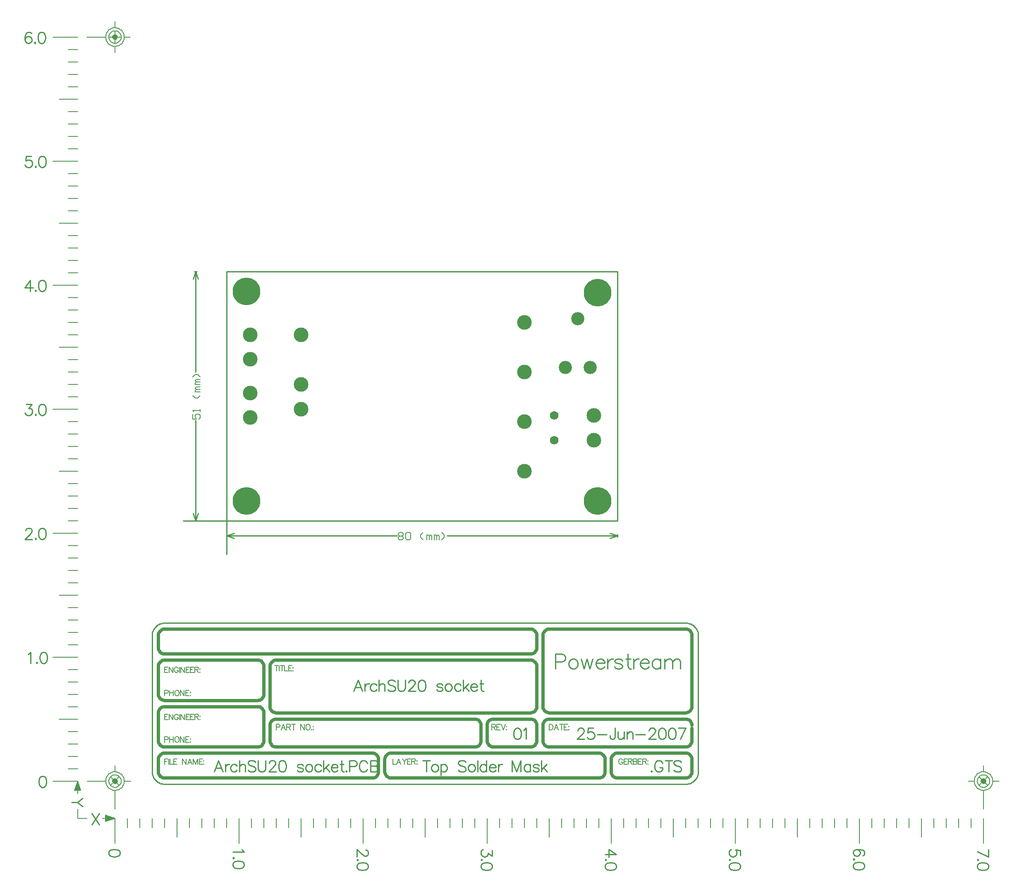
<source format=gts>
%FSLAX23Y23*%
%MOIN*%
G70*
G01*
G75*
%ADD10C,0.040*%
%ADD11C,0.010*%
%ADD12C,0.030*%
%ADD13C,0.060*%
%ADD14C,0.009*%
%ADD15C,0.025*%
%ADD16C,0.008*%
%ADD17C,0.005*%
%ADD18C,0.006*%
%ADD19C,0.062*%
%ADD20C,0.215*%
%ADD21C,0.098*%
%ADD22C,0.110*%
%ADD23C,0.110*%
%ADD24C,0.008*%
%ADD25C,0.020*%
%ADD26C,0.016*%
%ADD27C,0.015*%
%ADD28C,0.070*%
%ADD29C,0.223*%
%ADD30C,0.106*%
%ADD31C,0.118*%
%ADD32C,0.118*%
D11*
X11868Y6647D02*
X11868Y6657D01*
X11867Y6666D01*
X11864Y6676D01*
X11861Y6685D01*
X11857Y6694D01*
X11852Y6702D01*
X11846Y6710D01*
X11839Y6718D01*
X11832Y6724D01*
X11824Y6730D01*
X11816Y6735D01*
X11807Y6739D01*
X11798Y6742D01*
X11788Y6745D01*
X11778Y6746D01*
X11768Y6747D01*
Y5447D02*
X11778Y5447D01*
X11788Y5449D01*
X11798Y5451D01*
X11807Y5454D01*
X11816Y5459D01*
X11824Y5464D01*
X11832Y5470D01*
X11839Y5476D01*
X11846Y5483D01*
X11852Y5491D01*
X11857Y5500D01*
X11861Y5509D01*
X11864Y5518D01*
X11867Y5527D01*
X11868Y5537D01*
X11868Y5547D01*
X7468Y5548D02*
X7469Y5538D01*
X7470Y5528D01*
X7473Y5519D01*
X7476Y5510D01*
X7480Y5501D01*
X7485Y5492D01*
X7491Y5484D01*
X7497Y5477D01*
X7505Y5470D01*
X7512Y5464D01*
X7521Y5459D01*
X7530Y5455D01*
X7539Y5452D01*
X7548Y5449D01*
X7558Y5447D01*
X7568Y5447D01*
X7568Y6747D02*
X7559Y6746D01*
X7549Y6745D01*
X7539Y6742D01*
X7530Y6739D01*
X7521Y6735D01*
X7513Y6730D01*
X7505Y6724D01*
X7498Y6718D01*
X7491Y6710D01*
X7485Y6702D01*
X7480Y6694D01*
X7476Y6685D01*
X7473Y6676D01*
X7470Y6666D01*
X7469Y6657D01*
X7468Y6647D01*
Y5547D02*
Y6647D01*
X11868Y5547D02*
Y6647D01*
X7568Y6747D02*
X11768D01*
X7568Y5447D02*
X11768D01*
X8068Y7572D02*
Y9580D01*
X11218Y7572D02*
Y9580D01*
X8068D02*
X11218D01*
X8068Y7572D02*
X11218D01*
Y7442D02*
Y7462D01*
X8068Y7442D02*
Y7462D01*
X11158Y7432D02*
X11218Y7452D01*
X11158Y7472D02*
X11218Y7452D01*
X8068D02*
X8128Y7432D01*
X8068Y7452D02*
X8128Y7472D01*
X9844Y7452D02*
X11218D01*
X8068D02*
X9442D01*
X8068Y7302D02*
Y7572D01*
X7808Y9580D02*
X7828D01*
X7808Y7572D02*
X7828D01*
X7818Y9580D02*
X7838Y9520D01*
X7798D02*
X7818Y9580D01*
Y7572D02*
X7838Y7632D01*
X7798D02*
X7818Y7572D01*
Y8772D02*
Y9580D01*
Y7572D02*
Y8380D01*
X7718Y7572D02*
X8068D01*
D14*
X11493Y5555D02*
X11488Y5551D01*
X11493Y5547D01*
X11497Y5551D01*
X11493Y5555D01*
X11581Y5615D02*
X11577Y5624D01*
X11568Y5633D01*
X11560Y5637D01*
X11542D01*
X11534Y5633D01*
X11525Y5624D01*
X11521Y5615D01*
X11517Y5603D01*
Y5581D01*
X11521Y5568D01*
X11525Y5560D01*
X11534Y5551D01*
X11542Y5547D01*
X11560D01*
X11568Y5551D01*
X11577Y5560D01*
X11581Y5568D01*
Y5581D01*
X11560D02*
X11581D01*
X11632Y5637D02*
Y5547D01*
X11602Y5637D02*
X11662D01*
X11732Y5624D02*
X11724Y5633D01*
X11711Y5637D01*
X11694D01*
X11681Y5633D01*
X11672Y5624D01*
Y5615D01*
X11677Y5607D01*
X11681Y5603D01*
X11689Y5598D01*
X11715Y5590D01*
X11724Y5585D01*
X11728Y5581D01*
X11732Y5573D01*
Y5560D01*
X11724Y5551D01*
X11711Y5547D01*
X11694D01*
X11681Y5551D01*
X11672Y5560D01*
X9162Y6197D02*
X9128Y6287D01*
X9093Y6197D01*
X9106Y6227D02*
X9149D01*
X9183Y6257D02*
Y6197D01*
Y6231D02*
X9187Y6244D01*
X9196Y6253D01*
X9204Y6257D01*
X9217D01*
X9277Y6244D02*
X9268Y6253D01*
X9260Y6257D01*
X9247D01*
X9238Y6253D01*
X9230Y6244D01*
X9225Y6231D01*
Y6223D01*
X9230Y6210D01*
X9238Y6201D01*
X9247Y6197D01*
X9260D01*
X9268Y6201D01*
X9277Y6210D01*
X9296Y6287D02*
Y6197D01*
Y6240D02*
X9309Y6253D01*
X9318Y6257D01*
X9330D01*
X9339Y6253D01*
X9343Y6240D01*
Y6197D01*
X9427Y6274D02*
X9418Y6282D01*
X9405Y6287D01*
X9388D01*
X9375Y6282D01*
X9367Y6274D01*
Y6265D01*
X9371Y6257D01*
X9375Y6253D01*
X9384Y6248D01*
X9410Y6240D01*
X9418Y6235D01*
X9423Y6231D01*
X9427Y6223D01*
Y6210D01*
X9418Y6201D01*
X9405Y6197D01*
X9388D01*
X9375Y6201D01*
X9367Y6210D01*
X9447Y6287D02*
Y6223D01*
X9451Y6210D01*
X9460Y6201D01*
X9473Y6197D01*
X9481D01*
X9494Y6201D01*
X9503Y6210D01*
X9507Y6223D01*
Y6287D01*
X9536Y6265D02*
Y6270D01*
X9540Y6278D01*
X9545Y6282D01*
X9553Y6287D01*
X9570D01*
X9579Y6282D01*
X9583Y6278D01*
X9588Y6270D01*
Y6261D01*
X9583Y6253D01*
X9575Y6240D01*
X9532Y6197D01*
X9592D01*
X9638Y6287D02*
X9625Y6282D01*
X9616Y6270D01*
X9612Y6248D01*
Y6235D01*
X9616Y6214D01*
X9625Y6201D01*
X9638Y6197D01*
X9646D01*
X9659Y6201D01*
X9668Y6214D01*
X9672Y6235D01*
Y6248D01*
X9668Y6270D01*
X9659Y6282D01*
X9646Y6287D01*
X9638D01*
X9810Y6244D02*
X9806Y6253D01*
X9793Y6257D01*
X9780D01*
X9767Y6253D01*
X9763Y6244D01*
X9767Y6235D01*
X9776Y6231D01*
X9797Y6227D01*
X9806Y6223D01*
X9810Y6214D01*
Y6210D01*
X9806Y6201D01*
X9793Y6197D01*
X9780D01*
X9767Y6201D01*
X9763Y6210D01*
X9850Y6257D02*
X9842Y6253D01*
X9833Y6244D01*
X9829Y6231D01*
Y6223D01*
X9833Y6210D01*
X9842Y6201D01*
X9850Y6197D01*
X9863D01*
X9872Y6201D01*
X9880Y6210D01*
X9884Y6223D01*
Y6231D01*
X9880Y6244D01*
X9872Y6253D01*
X9863Y6257D01*
X9850D01*
X9956Y6244D02*
X9947Y6253D01*
X9938Y6257D01*
X9926D01*
X9917Y6253D01*
X9908Y6244D01*
X9904Y6231D01*
Y6223D01*
X9908Y6210D01*
X9917Y6201D01*
X9926Y6197D01*
X9938D01*
X9947Y6201D01*
X9956Y6210D01*
X9975Y6287D02*
Y6197D01*
X10018Y6257D02*
X9975Y6214D01*
X9992Y6231D02*
X10022Y6197D01*
X10036Y6231D02*
X10088D01*
Y6240D01*
X10083Y6248D01*
X10079Y6253D01*
X10070Y6257D01*
X10058D01*
X10049Y6253D01*
X10040Y6244D01*
X10036Y6231D01*
Y6223D01*
X10040Y6210D01*
X10049Y6201D01*
X10058Y6197D01*
X10070D01*
X10079Y6201D01*
X10088Y6210D01*
X10120Y6287D02*
Y6214D01*
X10124Y6201D01*
X10133Y6197D01*
X10141D01*
X10107Y6257D02*
X10137D01*
X8037Y5547D02*
X8003Y5637D01*
X7968Y5547D01*
X7981Y5577D02*
X8024D01*
X8058Y5607D02*
Y5547D01*
Y5581D02*
X8062Y5594D01*
X8071Y5603D01*
X8079Y5607D01*
X8092D01*
X8152Y5594D02*
X8143Y5603D01*
X8135Y5607D01*
X8122D01*
X8113Y5603D01*
X8105Y5594D01*
X8100Y5581D01*
Y5573D01*
X8105Y5560D01*
X8113Y5551D01*
X8122Y5547D01*
X8135D01*
X8143Y5551D01*
X8152Y5560D01*
X8171Y5637D02*
Y5547D01*
Y5590D02*
X8184Y5603D01*
X8193Y5607D01*
X8205D01*
X8214Y5603D01*
X8218Y5590D01*
Y5547D01*
X8302Y5624D02*
X8293Y5633D01*
X8280Y5637D01*
X8263D01*
X8250Y5633D01*
X8242Y5624D01*
Y5615D01*
X8246Y5607D01*
X8250Y5603D01*
X8259Y5598D01*
X8285Y5590D01*
X8293Y5585D01*
X8298Y5581D01*
X8302Y5573D01*
Y5560D01*
X8293Y5551D01*
X8280Y5547D01*
X8263D01*
X8250Y5551D01*
X8242Y5560D01*
X8322Y5637D02*
Y5573D01*
X8326Y5560D01*
X8335Y5551D01*
X8348Y5547D01*
X8356D01*
X8369Y5551D01*
X8378Y5560D01*
X8382Y5573D01*
Y5637D01*
X8411Y5615D02*
Y5620D01*
X8415Y5628D01*
X8420Y5633D01*
X8428Y5637D01*
X8445D01*
X8454Y5633D01*
X8458Y5628D01*
X8463Y5620D01*
Y5611D01*
X8458Y5603D01*
X8450Y5590D01*
X8407Y5547D01*
X8467D01*
X8513Y5637D02*
X8500Y5633D01*
X8491Y5620D01*
X8487Y5598D01*
Y5585D01*
X8491Y5564D01*
X8500Y5551D01*
X8513Y5547D01*
X8521D01*
X8534Y5551D01*
X8543Y5564D01*
X8547Y5585D01*
Y5598D01*
X8543Y5620D01*
X8534Y5633D01*
X8521Y5637D01*
X8513D01*
X8685Y5594D02*
X8681Y5603D01*
X8668Y5607D01*
X8655D01*
X8642Y5603D01*
X8638Y5594D01*
X8642Y5585D01*
X8651Y5581D01*
X8672Y5577D01*
X8681Y5573D01*
X8685Y5564D01*
Y5560D01*
X8681Y5551D01*
X8668Y5547D01*
X8655D01*
X8642Y5551D01*
X8638Y5560D01*
X8725Y5607D02*
X8717Y5603D01*
X8708Y5594D01*
X8704Y5581D01*
Y5573D01*
X8708Y5560D01*
X8717Y5551D01*
X8725Y5547D01*
X8738D01*
X8747Y5551D01*
X8755Y5560D01*
X8759Y5573D01*
Y5581D01*
X8755Y5594D01*
X8747Y5603D01*
X8738Y5607D01*
X8725D01*
X8831Y5594D02*
X8822Y5603D01*
X8813Y5607D01*
X8801D01*
X8792Y5603D01*
X8783Y5594D01*
X8779Y5581D01*
Y5573D01*
X8783Y5560D01*
X8792Y5551D01*
X8801Y5547D01*
X8813D01*
X8822Y5551D01*
X8831Y5560D01*
X8850Y5637D02*
Y5547D01*
X8893Y5607D02*
X8850Y5564D01*
X8867Y5581D02*
X8897Y5547D01*
X8911Y5581D02*
X8963D01*
Y5590D01*
X8958Y5598D01*
X8954Y5603D01*
X8945Y5607D01*
X8933D01*
X8924Y5603D01*
X8915Y5594D01*
X8911Y5581D01*
Y5573D01*
X8915Y5560D01*
X8924Y5551D01*
X8933Y5547D01*
X8945D01*
X8954Y5551D01*
X8963Y5560D01*
X8995Y5637D02*
Y5564D01*
X8999Y5551D01*
X9008Y5547D01*
X9016D01*
X8982Y5607D02*
X9012D01*
X9033Y5555D02*
X9029Y5551D01*
X9033Y5547D01*
X9038Y5551D01*
X9033Y5555D01*
X9057Y5590D02*
X9096D01*
X9109Y5594D01*
X9113Y5598D01*
X9117Y5607D01*
Y5620D01*
X9113Y5628D01*
X9109Y5633D01*
X9096Y5637D01*
X9057D01*
Y5547D01*
X9202Y5615D02*
X9197Y5624D01*
X9189Y5633D01*
X9180Y5637D01*
X9163D01*
X9155Y5633D01*
X9146Y5624D01*
X9142Y5615D01*
X9137Y5603D01*
Y5581D01*
X9142Y5568D01*
X9146Y5560D01*
X9155Y5551D01*
X9163Y5547D01*
X9180D01*
X9189Y5551D01*
X9197Y5560D01*
X9202Y5568D01*
X9227Y5637D02*
Y5547D01*
Y5637D02*
X9266D01*
X9278Y5633D01*
X9283Y5628D01*
X9287Y5620D01*
Y5611D01*
X9283Y5603D01*
X9278Y5598D01*
X9266Y5594D01*
X9227D02*
X9266D01*
X9278Y5590D01*
X9283Y5585D01*
X9287Y5577D01*
Y5564D01*
X9283Y5555D01*
X9278Y5551D01*
X9266Y5547D01*
X9227D01*
X9678Y5637D02*
Y5547D01*
X9648Y5637D02*
X9708D01*
X9741Y5607D02*
X9732Y5603D01*
X9723Y5594D01*
X9719Y5581D01*
Y5573D01*
X9723Y5560D01*
X9732Y5551D01*
X9741Y5547D01*
X9753D01*
X9762Y5551D01*
X9771Y5560D01*
X9775Y5573D01*
Y5581D01*
X9771Y5594D01*
X9762Y5603D01*
X9753Y5607D01*
X9741D01*
X9795D02*
Y5517D01*
Y5594D02*
X9803Y5603D01*
X9812Y5607D01*
X9825D01*
X9833Y5603D01*
X9842Y5594D01*
X9846Y5581D01*
Y5573D01*
X9842Y5560D01*
X9833Y5551D01*
X9825Y5547D01*
X9812D01*
X9803Y5551D01*
X9795Y5560D01*
X9996Y5624D02*
X9987Y5633D01*
X9975Y5637D01*
X9957D01*
X9945Y5633D01*
X9936Y5624D01*
Y5615D01*
X9940Y5607D01*
X9945Y5603D01*
X9953Y5598D01*
X9979Y5590D01*
X9987Y5585D01*
X9992Y5581D01*
X9996Y5573D01*
Y5560D01*
X9987Y5551D01*
X9975Y5547D01*
X9957D01*
X9945Y5551D01*
X9936Y5560D01*
X10038Y5607D02*
X10029Y5603D01*
X10020Y5594D01*
X10016Y5581D01*
Y5573D01*
X10020Y5560D01*
X10029Y5551D01*
X10038Y5547D01*
X10050D01*
X10059Y5551D01*
X10068Y5560D01*
X10072Y5573D01*
Y5581D01*
X10068Y5594D01*
X10059Y5603D01*
X10050Y5607D01*
X10038D01*
X10092Y5637D02*
Y5547D01*
X10162Y5637D02*
Y5547D01*
Y5594D02*
X10153Y5603D01*
X10145Y5607D01*
X10132D01*
X10123Y5603D01*
X10115Y5594D01*
X10110Y5581D01*
Y5573D01*
X10115Y5560D01*
X10123Y5551D01*
X10132Y5547D01*
X10145D01*
X10153Y5551D01*
X10162Y5560D01*
X10186Y5581D02*
X10237D01*
Y5590D01*
X10233Y5598D01*
X10229Y5603D01*
X10220Y5607D01*
X10207D01*
X10199Y5603D01*
X10190Y5594D01*
X10186Y5581D01*
Y5573D01*
X10190Y5560D01*
X10199Y5551D01*
X10207Y5547D01*
X10220D01*
X10229Y5551D01*
X10237Y5560D01*
X10257Y5607D02*
Y5547D01*
Y5581D02*
X10261Y5594D01*
X10269Y5603D01*
X10278Y5607D01*
X10291D01*
X10370Y5637D02*
Y5547D01*
Y5637D02*
X10404Y5547D01*
X10438Y5637D02*
X10404Y5547D01*
X10438Y5637D02*
Y5547D01*
X10515Y5607D02*
Y5547D01*
Y5594D02*
X10507Y5603D01*
X10498Y5607D01*
X10485D01*
X10477Y5603D01*
X10468Y5594D01*
X10464Y5581D01*
Y5573D01*
X10468Y5560D01*
X10477Y5551D01*
X10485Y5547D01*
X10498D01*
X10507Y5551D01*
X10515Y5560D01*
X10586Y5594D02*
X10582Y5603D01*
X10569Y5607D01*
X10556D01*
X10544Y5603D01*
X10539Y5594D01*
X10544Y5585D01*
X10552Y5581D01*
X10574Y5577D01*
X10582Y5573D01*
X10586Y5564D01*
Y5560D01*
X10582Y5551D01*
X10569Y5547D01*
X10556D01*
X10544Y5551D01*
X10539Y5560D01*
X10605Y5637D02*
Y5547D01*
X10648Y5607D02*
X10605Y5564D01*
X10622Y5581D02*
X10652Y5547D01*
X10407Y5899D02*
X10394Y5895D01*
X10385Y5882D01*
X10381Y5861D01*
Y5848D01*
X10385Y5826D01*
X10394Y5814D01*
X10407Y5809D01*
X10415D01*
X10428Y5814D01*
X10437Y5826D01*
X10441Y5848D01*
Y5861D01*
X10437Y5882D01*
X10428Y5895D01*
X10415Y5899D01*
X10407D01*
X10461Y5882D02*
X10470Y5886D01*
X10483Y5899D01*
Y5809D01*
X10718Y6434D02*
X10770D01*
X10787Y6440D01*
X10793Y6445D01*
X10798Y6457D01*
Y6474D01*
X10793Y6485D01*
X10787Y6491D01*
X10770Y6497D01*
X10718D01*
Y6377D01*
X10854Y6457D02*
X10842Y6451D01*
X10831Y6440D01*
X10825Y6423D01*
Y6411D01*
X10831Y6394D01*
X10842Y6383D01*
X10854Y6377D01*
X10871D01*
X10882Y6383D01*
X10894Y6394D01*
X10900Y6411D01*
Y6423D01*
X10894Y6440D01*
X10882Y6451D01*
X10871Y6457D01*
X10854D01*
X10926D02*
X10949Y6377D01*
X10972Y6457D02*
X10949Y6377D01*
X10972Y6457D02*
X10994Y6377D01*
X11017Y6457D02*
X10994Y6377D01*
X11045Y6423D02*
X11114D01*
Y6434D01*
X11108Y6445D01*
X11102Y6451D01*
X11091Y6457D01*
X11074D01*
X11062Y6451D01*
X11051Y6440D01*
X11045Y6423D01*
Y6411D01*
X11051Y6394D01*
X11062Y6383D01*
X11074Y6377D01*
X11091D01*
X11102Y6383D01*
X11114Y6394D01*
X11140Y6457D02*
Y6377D01*
Y6423D02*
X11145Y6440D01*
X11157Y6451D01*
X11168Y6457D01*
X11185D01*
X11259Y6440D02*
X11253Y6451D01*
X11236Y6457D01*
X11219D01*
X11202Y6451D01*
X11196Y6440D01*
X11202Y6428D01*
X11213Y6423D01*
X11242Y6417D01*
X11253Y6411D01*
X11259Y6400D01*
Y6394D01*
X11253Y6383D01*
X11236Y6377D01*
X11219D01*
X11202Y6383D01*
X11196Y6394D01*
X11301Y6497D02*
Y6400D01*
X11307Y6383D01*
X11318Y6377D01*
X11330D01*
X11284Y6457D02*
X11324D01*
X11347D02*
Y6377D01*
Y6423D02*
X11353Y6440D01*
X11364Y6451D01*
X11375Y6457D01*
X11393D01*
X11403Y6423D02*
X11472D01*
Y6434D01*
X11466Y6445D01*
X11461Y6451D01*
X11449Y6457D01*
X11432D01*
X11421Y6451D01*
X11409Y6440D01*
X11403Y6423D01*
Y6411D01*
X11409Y6394D01*
X11421Y6383D01*
X11432Y6377D01*
X11449D01*
X11461Y6383D01*
X11472Y6394D01*
X11566Y6457D02*
Y6377D01*
Y6440D02*
X11555Y6451D01*
X11543Y6457D01*
X11526D01*
X11515Y6451D01*
X11503Y6440D01*
X11498Y6423D01*
Y6411D01*
X11503Y6394D01*
X11515Y6383D01*
X11526Y6377D01*
X11543D01*
X11555Y6383D01*
X11566Y6394D01*
X11598Y6457D02*
Y6377D01*
Y6434D02*
X11615Y6451D01*
X11627Y6457D01*
X11644D01*
X11655Y6451D01*
X11661Y6434D01*
Y6377D01*
Y6434D02*
X11678Y6451D01*
X11690Y6457D01*
X11707D01*
X11718Y6451D01*
X11724Y6434D01*
Y6377D01*
X10898Y5878D02*
Y5882D01*
X10902Y5891D01*
X10906Y5895D01*
X10915Y5899D01*
X10932D01*
X10941Y5895D01*
X10945Y5891D01*
X10949Y5882D01*
Y5874D01*
X10945Y5865D01*
X10936Y5852D01*
X10893Y5809D01*
X10953D01*
X11025Y5899D02*
X10982D01*
X10978Y5861D01*
X10982Y5865D01*
X10995Y5869D01*
X11008D01*
X11021Y5865D01*
X11029Y5856D01*
X11034Y5844D01*
Y5835D01*
X11029Y5822D01*
X11021Y5814D01*
X11008Y5809D01*
X10995D01*
X10982Y5814D01*
X10978Y5818D01*
X10974Y5826D01*
X11054Y5848D02*
X11131D01*
X11200Y5899D02*
Y5831D01*
X11196Y5818D01*
X11192Y5814D01*
X11183Y5809D01*
X11175D01*
X11166Y5814D01*
X11162Y5818D01*
X11157Y5831D01*
Y5839D01*
X11223Y5869D02*
Y5826D01*
X11228Y5814D01*
X11236Y5809D01*
X11249D01*
X11258Y5814D01*
X11271Y5826D01*
Y5869D02*
Y5809D01*
X11294Y5869D02*
Y5809D01*
Y5852D02*
X11307Y5865D01*
X11316Y5869D01*
X11328D01*
X11337Y5865D01*
X11341Y5852D01*
Y5809D01*
X11365Y5848D02*
X11442D01*
X11473Y5878D02*
Y5882D01*
X11477Y5891D01*
X11481Y5895D01*
X11490Y5899D01*
X11507D01*
X11516Y5895D01*
X11520Y5891D01*
X11524Y5882D01*
Y5874D01*
X11520Y5865D01*
X11511Y5852D01*
X11469Y5809D01*
X11529D01*
X11574Y5899D02*
X11561Y5895D01*
X11553Y5882D01*
X11549Y5861D01*
Y5848D01*
X11553Y5826D01*
X11561Y5814D01*
X11574Y5809D01*
X11583D01*
X11596Y5814D01*
X11604Y5826D01*
X11609Y5848D01*
Y5861D01*
X11604Y5882D01*
X11596Y5895D01*
X11583Y5899D01*
X11574D01*
X11654D02*
X11642Y5895D01*
X11633Y5882D01*
X11629Y5861D01*
Y5848D01*
X11633Y5826D01*
X11642Y5814D01*
X11654Y5809D01*
X11663D01*
X11676Y5814D01*
X11684Y5826D01*
X11689Y5848D01*
Y5861D01*
X11684Y5882D01*
X11676Y5895D01*
X11663Y5899D01*
X11654D01*
X11769D02*
X11726Y5809D01*
X11709Y5899D02*
X11769D01*
X6908Y5334D02*
X6866Y5300D01*
X6818D01*
X6908Y5266D02*
X6866Y5300D01*
X6981Y5212D02*
X7041Y5122D01*
Y5212D02*
X6981Y5122D01*
X13196Y4870D02*
X13204Y4875D01*
X13208Y4888D01*
Y4896D01*
X13204Y4909D01*
X13191Y4918D01*
X13170Y4922D01*
X13148D01*
X13131Y4918D01*
X13123Y4909D01*
X13118Y4896D01*
Y4892D01*
X13123Y4879D01*
X13131Y4870D01*
X13144Y4866D01*
X13148D01*
X13161Y4870D01*
X13170Y4879D01*
X13174Y4892D01*
Y4896D01*
X13170Y4909D01*
X13161Y4918D01*
X13148Y4922D01*
X13127Y4842D02*
X13123Y4846D01*
X13118Y4842D01*
X13123Y4838D01*
X13127Y4842D01*
X13208Y4792D02*
X13204Y4805D01*
X13191Y4814D01*
X13170Y4818D01*
X13157D01*
X13136Y4814D01*
X13123Y4805D01*
X13118Y4792D01*
Y4784D01*
X13123Y4771D01*
X13136Y4762D01*
X13157Y4758D01*
X13170D01*
X13191Y4762D01*
X13204Y4771D01*
X13208Y4784D01*
Y4792D01*
X11208Y4879D02*
X11148Y4922D01*
Y4858D01*
X11208Y4879D02*
X11118D01*
X11127Y4837D02*
X11123Y4842D01*
X11118Y4837D01*
X11123Y4833D01*
X11127Y4837D01*
X11208Y4788D02*
X11204Y4801D01*
X11191Y4809D01*
X11170Y4813D01*
X11157D01*
X11136Y4809D01*
X11123Y4801D01*
X11118Y4788D01*
Y4779D01*
X11123Y4766D01*
X11136Y4758D01*
X11157Y4753D01*
X11170D01*
X11191Y4758D01*
X11204Y4766D01*
X11208Y4779D01*
Y4788D01*
X9187Y4918D02*
X9191D01*
X9200Y4913D01*
X9204Y4909D01*
X9208Y4900D01*
Y4883D01*
X9204Y4875D01*
X9200Y4870D01*
X9191Y4866D01*
X9183D01*
X9174Y4870D01*
X9161Y4879D01*
X9118Y4922D01*
Y4862D01*
X9127Y4837D02*
X9123Y4842D01*
X9118Y4837D01*
X9123Y4833D01*
X9127Y4837D01*
X9208Y4788D02*
X9204Y4801D01*
X9191Y4809D01*
X9170Y4813D01*
X9157D01*
X9136Y4809D01*
X9123Y4801D01*
X9118Y4788D01*
Y4779D01*
X9123Y4766D01*
X9136Y4758D01*
X9157Y4753D01*
X9170D01*
X9191Y4758D01*
X9204Y4766D01*
X9208Y4779D01*
Y4788D01*
X7208Y4896D02*
X7204Y4909D01*
X7191Y4918D01*
X7170Y4922D01*
X7157D01*
X7136Y4918D01*
X7123Y4909D01*
X7118Y4896D01*
Y4888D01*
X7123Y4875D01*
X7136Y4866D01*
X7157Y4862D01*
X7170D01*
X7191Y4866D01*
X7204Y4875D01*
X7208Y4888D01*
Y4896D01*
X8191Y4922D02*
X8196Y4913D01*
X8208Y4900D01*
X8118D01*
X8127Y4852D02*
X8123Y4856D01*
X8118Y4852D01*
X8123Y4847D01*
X8127Y4852D01*
X8208Y4802D02*
X8204Y4815D01*
X8191Y4823D01*
X8170Y4828D01*
X8157D01*
X8136Y4823D01*
X8123Y4815D01*
X8118Y4802D01*
Y4793D01*
X8123Y4780D01*
X8136Y4772D01*
X8157Y4768D01*
X8170D01*
X8191Y4772D01*
X8204Y4780D01*
X8208Y4793D01*
Y4802D01*
X10208Y4913D02*
Y4866D01*
X10174Y4892D01*
Y4879D01*
X10170Y4870D01*
X10166Y4866D01*
X10153Y4862D01*
X10144D01*
X10131Y4866D01*
X10123Y4875D01*
X10118Y4888D01*
Y4900D01*
X10123Y4913D01*
X10127Y4918D01*
X10136Y4922D01*
X10127Y4837D02*
X10123Y4842D01*
X10118Y4837D01*
X10123Y4833D01*
X10127Y4837D01*
X10208Y4788D02*
X10204Y4801D01*
X10191Y4809D01*
X10170Y4813D01*
X10157D01*
X10136Y4809D01*
X10123Y4801D01*
X10118Y4788D01*
Y4779D01*
X10123Y4766D01*
X10136Y4758D01*
X10157Y4753D01*
X10170D01*
X10191Y4758D01*
X10204Y4766D01*
X10208Y4779D01*
Y4788D01*
X12208Y4870D02*
Y4913D01*
X12170Y4918D01*
X12174Y4913D01*
X12178Y4900D01*
Y4888D01*
X12174Y4875D01*
X12166Y4866D01*
X12153Y4862D01*
X12144D01*
X12131Y4866D01*
X12123Y4875D01*
X12118Y4888D01*
Y4900D01*
X12123Y4913D01*
X12127Y4918D01*
X12136Y4922D01*
X12127Y4837D02*
X12123Y4842D01*
X12118Y4837D01*
X12123Y4833D01*
X12127Y4837D01*
X12208Y4788D02*
X12204Y4801D01*
X12191Y4809D01*
X12170Y4813D01*
X12157D01*
X12136Y4809D01*
X12123Y4801D01*
X12118Y4788D01*
Y4779D01*
X12123Y4766D01*
X12136Y4758D01*
X12157Y4753D01*
X12170D01*
X12191Y4758D01*
X12204Y4766D01*
X12208Y4779D01*
Y4788D01*
X14208Y4862D02*
X14118Y4905D01*
X14208Y4922D02*
Y4862D01*
X14127Y4837D02*
X14123Y4842D01*
X14118Y4837D01*
X14123Y4833D01*
X14127Y4837D01*
X14208Y4788D02*
X14204Y4801D01*
X14191Y4809D01*
X14170Y4813D01*
X14157D01*
X14136Y4809D01*
X14123Y4801D01*
X14118Y4788D01*
Y4779D01*
X14123Y4766D01*
X14136Y4758D01*
X14157Y4753D01*
X14170D01*
X14191Y4758D01*
X14204Y4766D01*
X14208Y4779D01*
Y4788D01*
X6495Y10512D02*
X6452D01*
X6448Y10473D01*
X6452Y10478D01*
X6465Y10482D01*
X6478D01*
X6491Y10478D01*
X6499Y10469D01*
X6503Y10456D01*
Y10448D01*
X6499Y10435D01*
X6491Y10426D01*
X6478Y10422D01*
X6465D01*
X6452Y10426D01*
X6448Y10430D01*
X6443Y10439D01*
X6528Y10430D02*
X6524Y10426D01*
X6528Y10422D01*
X6532Y10426D01*
X6528Y10430D01*
X6578Y10512D02*
X6565Y10507D01*
X6556Y10495D01*
X6552Y10473D01*
Y10460D01*
X6556Y10439D01*
X6565Y10426D01*
X6578Y10422D01*
X6586D01*
X6599Y10426D01*
X6608Y10439D01*
X6612Y10460D01*
Y10473D01*
X6608Y10495D01*
X6599Y10507D01*
X6586Y10512D01*
X6578D01*
X6452Y8512D02*
X6499D01*
X6473Y8478D01*
X6486D01*
X6495Y8473D01*
X6499Y8469D01*
X6503Y8456D01*
Y8448D01*
X6499Y8435D01*
X6491Y8426D01*
X6478Y8422D01*
X6465D01*
X6452Y8426D01*
X6448Y8430D01*
X6443Y8439D01*
X6528Y8430D02*
X6524Y8426D01*
X6528Y8422D01*
X6532Y8426D01*
X6528Y8430D01*
X6578Y8512D02*
X6565Y8507D01*
X6556Y8495D01*
X6552Y8473D01*
Y8460D01*
X6556Y8439D01*
X6565Y8426D01*
X6578Y8422D01*
X6586D01*
X6599Y8426D01*
X6608Y8439D01*
X6612Y8460D01*
Y8473D01*
X6608Y8495D01*
X6599Y8507D01*
X6586Y8512D01*
X6578D01*
X6468Y6495D02*
X6477Y6499D01*
X6490Y6512D01*
Y6422D01*
X6539Y6430D02*
X6534Y6426D01*
X6539Y6422D01*
X6543Y6426D01*
X6539Y6430D01*
X6588Y6512D02*
X6576Y6508D01*
X6567Y6495D01*
X6563Y6473D01*
Y6460D01*
X6567Y6439D01*
X6576Y6426D01*
X6588Y6422D01*
X6597D01*
X6610Y6426D01*
X6618Y6439D01*
X6623Y6460D01*
Y6473D01*
X6618Y6495D01*
X6610Y6508D01*
X6597Y6512D01*
X6588D01*
X6582Y5512D02*
X6569Y5508D01*
X6560Y5495D01*
X6556Y5473D01*
Y5460D01*
X6560Y5439D01*
X6569Y5426D01*
X6582Y5422D01*
X6590D01*
X6603Y5426D01*
X6612Y5439D01*
X6616Y5460D01*
Y5473D01*
X6612Y5495D01*
X6603Y5508D01*
X6590Y5512D01*
X6582D01*
X6448Y7490D02*
Y7495D01*
X6452Y7503D01*
X6456Y7508D01*
X6465Y7512D01*
X6482D01*
X6491Y7508D01*
X6495Y7503D01*
X6499Y7495D01*
Y7486D01*
X6495Y7478D01*
X6486Y7465D01*
X6443Y7422D01*
X6503D01*
X6528Y7430D02*
X6524Y7426D01*
X6528Y7422D01*
X6532Y7426D01*
X6528Y7430D01*
X6578Y7512D02*
X6565Y7508D01*
X6556Y7495D01*
X6552Y7473D01*
Y7460D01*
X6556Y7439D01*
X6565Y7426D01*
X6578Y7422D01*
X6586D01*
X6599Y7426D01*
X6608Y7439D01*
X6612Y7460D01*
Y7473D01*
X6608Y7495D01*
X6599Y7508D01*
X6586Y7512D01*
X6578D01*
X6486Y9512D02*
X6443Y9452D01*
X6508D01*
X6486Y9512D02*
Y9422D01*
X6528Y9430D02*
X6524Y9426D01*
X6528Y9422D01*
X6532Y9426D01*
X6528Y9430D01*
X6578Y9512D02*
X6565Y9507D01*
X6556Y9495D01*
X6552Y9473D01*
Y9460D01*
X6556Y9439D01*
X6565Y9426D01*
X6578Y9422D01*
X6586D01*
X6599Y9426D01*
X6608Y9439D01*
X6612Y9460D01*
Y9473D01*
X6608Y9495D01*
X6599Y9507D01*
X6586Y9512D01*
X6578D01*
X6495Y11499D02*
X6491Y11507D01*
X6478Y11512D01*
X6469D01*
X6456Y11507D01*
X6448Y11495D01*
X6443Y11473D01*
Y11452D01*
X6448Y11435D01*
X6456Y11426D01*
X6469Y11422D01*
X6473D01*
X6486Y11426D01*
X6495Y11435D01*
X6499Y11448D01*
Y11452D01*
X6495Y11465D01*
X6486Y11473D01*
X6473Y11478D01*
X6469D01*
X6456Y11473D01*
X6448Y11465D01*
X6443Y11452D01*
X6523Y11430D02*
X6519Y11426D01*
X6523Y11422D01*
X6527Y11426D01*
X6523Y11430D01*
X6573Y11512D02*
X6560Y11507D01*
X6551Y11495D01*
X6547Y11473D01*
Y11460D01*
X6551Y11439D01*
X6560Y11426D01*
X6573Y11422D01*
X6581D01*
X6594Y11426D01*
X6603Y11439D01*
X6607Y11460D01*
Y11473D01*
X6603Y11495D01*
X6594Y11507D01*
X6581Y11512D01*
X6573D01*
D15*
X9293Y5647D02*
X9293Y5657D01*
X9290Y5666D01*
X9285Y5675D01*
X9279Y5682D01*
X9271Y5688D01*
X9263Y5693D01*
X9253Y5696D01*
X9243Y5697D01*
X9245Y5497D02*
X9254Y5498D01*
X9264Y5500D01*
X9272Y5505D01*
X9280Y5511D01*
X9286Y5519D01*
X9290Y5527D01*
X9293Y5537D01*
X9293Y5546D01*
X9393Y5697D02*
X9384Y5696D01*
X9374Y5693D01*
X9366Y5688D01*
X9358Y5682D01*
X9352Y5675D01*
X9347Y5666D01*
X9344Y5657D01*
X9343Y5647D01*
Y5547D02*
X9344Y5537D01*
X9347Y5528D01*
X9352Y5519D01*
X9358Y5512D01*
X9365Y5506D01*
X9374Y5501D01*
X9383Y5498D01*
X9393Y5497D01*
X11118Y5647D02*
X11118Y5657D01*
X11115Y5666D01*
X11110Y5675D01*
X11104Y5682D01*
X11096Y5688D01*
X11088Y5693D01*
X11078Y5696D01*
X11068Y5697D01*
X11070Y5497D02*
X11079Y5498D01*
X11089Y5500D01*
X11097Y5505D01*
X11105Y5511D01*
X11111Y5519D01*
X11115Y5527D01*
X11118Y5537D01*
X11118Y5546D01*
X11168Y5546D02*
X11169Y5536D01*
X11172Y5527D01*
X11177Y5518D01*
X11183Y5511D01*
X11191Y5505D01*
X11199Y5500D01*
X11209Y5498D01*
X11218Y5497D01*
X11218Y5697D02*
X11209Y5696D01*
X11199Y5693D01*
X11191Y5688D01*
X11183Y5682D01*
X11177Y5675D01*
X11172Y5666D01*
X11169Y5657D01*
X11168Y5647D01*
X8368Y6398D02*
X8368Y6407D01*
X8365Y6417D01*
X8360Y6425D01*
X8354Y6432D01*
X8347Y6439D01*
X8338Y6443D01*
X8329Y6446D01*
X8319Y6447D01*
X8320Y6122D02*
X8330Y6123D01*
X8339Y6125D01*
X8347Y6130D01*
X8354Y6136D01*
X8360Y6143D01*
X8365Y6151D01*
X8368Y6160D01*
X8368Y6170D01*
Y6023D02*
X8368Y6033D01*
X8365Y6042D01*
X8360Y6051D01*
X8354Y6058D01*
X8346Y6064D01*
X8337Y6069D01*
X8328Y6071D01*
X8318Y6072D01*
X8418Y6071D02*
X8419Y6061D01*
X8422Y6052D01*
X8427Y6044D01*
X8433Y6036D01*
X8440Y6030D01*
X8449Y6026D01*
X8458Y6023D01*
X8467Y6022D01*
X8418Y5796D02*
X8419Y5786D01*
X8422Y5777D01*
X8427Y5769D01*
X8433Y5761D01*
X8440Y5755D01*
X8449Y5751D01*
X8458Y5748D01*
X8467Y5747D01*
X8319D02*
X8329Y5748D01*
X8338Y5751D01*
X8347Y5755D01*
X8354Y5761D01*
X8360Y5769D01*
X8365Y5777D01*
X8368Y5786D01*
X8368Y5796D01*
X10118Y5923D02*
X10118Y5932D01*
X10115Y5942D01*
X10110Y5950D01*
X10104Y5957D01*
X10097Y5964D01*
X10088Y5968D01*
X10079Y5971D01*
X10069Y5972D01*
Y5747D02*
X10079Y5748D01*
X10088Y5751D01*
X10097Y5755D01*
X10104Y5761D01*
X10111Y5769D01*
X10115Y5778D01*
X10118Y5787D01*
X10118Y5797D01*
X10168Y5798D02*
X10169Y5788D01*
X10172Y5778D01*
X10177Y5770D01*
X10183Y5762D01*
X10191Y5756D01*
X10199Y5751D01*
X10209Y5748D01*
X10219Y5747D01*
X10216Y5972D02*
X10207Y5971D01*
X10198Y5968D01*
X10189Y5963D01*
X10182Y5957D01*
X10176Y5949D01*
X10171Y5940D01*
X10169Y5931D01*
X10169Y5921D01*
X8468Y5972D02*
X8459Y5971D01*
X8449Y5968D01*
X8441Y5963D01*
X8433Y5957D01*
X8427Y5950D01*
X8422Y5941D01*
X8419Y5932D01*
X8418Y5922D01*
X8468Y6447D02*
X8459Y6446D01*
X8449Y6443D01*
X8441Y6438D01*
X8433Y6432D01*
X8427Y6425D01*
X8422Y6416D01*
X8419Y6407D01*
X8418Y6397D01*
X7518Y5797D02*
X7519Y5787D01*
X7522Y5778D01*
X7527Y5769D01*
X7533Y5762D01*
X7540Y5756D01*
X7549Y5751D01*
X7558Y5748D01*
X7568Y5747D01*
X7568Y6072D02*
X7559Y6071D01*
X7549Y6068D01*
X7541Y6063D01*
X7533Y6057D01*
X7527Y6050D01*
X7522Y6041D01*
X7519Y6032D01*
X7518Y6022D01*
Y6172D02*
X7519Y6162D01*
X7522Y6153D01*
X7527Y6144D01*
X7533Y6136D01*
X7541Y6130D01*
X7549Y6126D01*
X7559Y6123D01*
X7568Y6122D01*
Y6447D02*
X7559Y6446D01*
X7549Y6443D01*
X7541Y6438D01*
X7533Y6432D01*
X7527Y6425D01*
X7522Y6416D01*
X7519Y6407D01*
X7518Y6397D01*
Y6547D02*
X7519Y6537D01*
X7522Y6528D01*
X7527Y6519D01*
X7533Y6511D01*
X7541Y6505D01*
X7549Y6501D01*
X7559Y6498D01*
X7568Y6497D01*
Y6697D02*
X7559Y6696D01*
X7549Y6693D01*
X7541Y6688D01*
X7533Y6682D01*
X7527Y6675D01*
X7522Y6666D01*
X7519Y6657D01*
X7518Y6647D01*
X10568D02*
X10568Y6657D01*
X10565Y6666D01*
X10560Y6675D01*
X10554Y6682D01*
X10546Y6688D01*
X10538Y6693D01*
X10528Y6696D01*
X10518Y6697D01*
X10668D02*
X10659Y6696D01*
X10649Y6693D01*
X10641Y6688D01*
X10633Y6682D01*
X10627Y6675D01*
X10622Y6666D01*
X10619Y6657D01*
X10618Y6647D01*
X10518Y6497D02*
X10528Y6498D01*
X10538Y6501D01*
X10546Y6505D01*
X10554Y6511D01*
X10560Y6519D01*
X10565Y6528D01*
X10568Y6537D01*
X10568Y6547D01*
Y6397D02*
X10568Y6407D01*
X10565Y6416D01*
X10560Y6425D01*
X10554Y6432D01*
X10546Y6438D01*
X10538Y6443D01*
X10528Y6446D01*
X10518Y6447D01*
X7568Y5697D02*
X7559Y5696D01*
X7549Y5693D01*
X7541Y5688D01*
X7533Y5682D01*
X7527Y5675D01*
X7522Y5666D01*
X7519Y5657D01*
X7518Y5647D01*
X10519Y6022D02*
X10529Y6023D01*
X10538Y6026D01*
X10547Y6031D01*
X10554Y6037D01*
X10560Y6044D01*
X10565Y6053D01*
X10568Y6062D01*
X10569Y6072D01*
X7518Y5547D02*
X7519Y5537D01*
X7522Y5528D01*
X7527Y5519D01*
X7533Y5512D01*
X7540Y5506D01*
X7549Y5501D01*
X7558Y5498D01*
X7568Y5497D01*
X10568Y5923D02*
X10568Y5932D01*
X10565Y5942D01*
X10560Y5950D01*
X10554Y5957D01*
X10547Y5964D01*
X10538Y5968D01*
X10529Y5971D01*
X10519Y5972D01*
X10618Y5796D02*
X10619Y5786D01*
X10622Y5777D01*
X10627Y5768D01*
X10633Y5761D01*
X10641Y5755D01*
X10649Y5750D01*
X10659Y5748D01*
X10668Y5747D01*
X10518Y5747D02*
X10528Y5748D01*
X10538Y5751D01*
X10546Y5755D01*
X10554Y5761D01*
X10560Y5769D01*
X10565Y5778D01*
X10568Y5787D01*
X10568Y5797D01*
X11768Y5497D02*
X11778Y5498D01*
X11788Y5501D01*
X11796Y5505D01*
X11804Y5511D01*
X11810Y5519D01*
X11815Y5528D01*
X11818Y5537D01*
X11818Y5547D01*
X11818Y5648D02*
X11817Y5657D01*
X11814Y5667D01*
X11810Y5675D01*
X11804Y5682D01*
X11796Y5689D01*
X11787Y5693D01*
X11778Y5696D01*
X11768Y5697D01*
Y5747D02*
X11778Y5748D01*
X11788Y5751D01*
X11796Y5755D01*
X11804Y5761D01*
X11810Y5769D01*
X11815Y5778D01*
X11818Y5787D01*
X11818Y5797D01*
Y6648D02*
X11818Y6658D01*
X11815Y6667D01*
X11810Y6676D01*
X11804Y6683D01*
X11796Y6689D01*
X11787Y6694D01*
X11778Y6696D01*
X11768Y6697D01*
X10618Y6072D02*
X10619Y6062D01*
X10622Y6053D01*
X10627Y6044D01*
X10633Y6036D01*
X10641Y6030D01*
X10649Y6026D01*
X10659Y6023D01*
X10668Y6022D01*
X11768D02*
X11778Y6023D01*
X11788Y6026D01*
X11796Y6030D01*
X11804Y6036D01*
X11810Y6044D01*
X11815Y6053D01*
X11818Y6062D01*
X11818Y6072D01*
X10668Y5972D02*
X10659Y5971D01*
X10649Y5968D01*
X10641Y5963D01*
X10633Y5957D01*
X10627Y5950D01*
X10622Y5941D01*
X10619Y5932D01*
X10618Y5922D01*
X11818Y5923D02*
X11818Y5932D01*
X11815Y5942D01*
X11810Y5950D01*
X11804Y5957D01*
X11797Y5964D01*
X11788Y5968D01*
X11779Y5971D01*
X11769Y5972D01*
X10618Y5797D02*
Y5922D01*
X11818Y6072D02*
Y6647D01*
X10618Y6072D02*
Y6647D01*
X7518Y5547D02*
Y5647D01*
X11818Y5797D02*
Y5897D01*
Y5547D02*
Y5647D01*
X10568Y5797D02*
Y5922D01*
X10168Y5797D02*
Y5922D01*
X8418Y5797D02*
Y5922D01*
X10118Y5797D02*
Y5922D01*
X8418Y6072D02*
Y6397D01*
X10568Y6072D02*
Y6397D01*
Y6547D02*
Y6647D01*
X7518Y6547D02*
Y6647D01*
X8368Y6172D02*
Y6397D01*
X7518Y6172D02*
Y6397D01*
X8368Y5797D02*
Y6022D01*
X7518Y5797D02*
Y6022D01*
X11168Y5547D02*
Y5647D01*
X11118Y5547D02*
Y5647D01*
X9343Y5547D02*
Y5647D01*
X9293Y5547D02*
Y5647D01*
X10668Y5972D02*
X11768D01*
X10668Y6022D02*
X11768D01*
X8468D02*
X10518D01*
X10668Y6697D02*
X11768D01*
X10668Y5747D02*
X11768D01*
X10218Y5972D02*
X10518D01*
X10218Y5747D02*
X10518D01*
X8468D02*
X10068D01*
X8468Y5972D02*
X10068D01*
X8468Y6447D02*
X10518D01*
X7568Y6497D02*
X10518D01*
X7568Y6447D02*
X8318D01*
X7568Y6122D02*
X8318D01*
X7568Y6072D02*
X8318D01*
X7568Y5747D02*
X8318D01*
X7568Y6697D02*
X10518D01*
X11218Y5697D02*
X11768D01*
X11218Y5497D02*
X11768D01*
X9393Y5697D02*
X11068D01*
X7568D02*
X9243D01*
X7568Y5497D02*
X9243D01*
X9393D02*
X11068D01*
D16*
X7184Y5472D02*
X7180Y5481D01*
X7171Y5487D01*
X7161Y5485D01*
X7154Y5477D01*
Y5467D01*
X7161Y5459D01*
X7171Y5457D01*
X7180Y5462D01*
X7184Y5472D01*
X7179D02*
X7174Y5480D01*
X7164D01*
X7159Y5472D01*
X7164Y5463D01*
X7174D01*
X7179Y5472D01*
X7189D02*
X7186Y5481D01*
X7180Y5488D01*
X7171Y5492D01*
X7161Y5490D01*
X7154Y5485D01*
X7149Y5477D01*
Y5467D01*
X7154Y5459D01*
X7161Y5453D01*
X7171Y5452D01*
X7180Y5455D01*
X7186Y5462D01*
X7189Y5472D01*
X7174D02*
X7166Y5476D01*
Y5467D01*
X7174Y5472D01*
X7171D02*
X7166D01*
X7171D01*
X7244D02*
X7243Y5482D01*
X7241Y5492D01*
X7238Y5501D01*
X7233Y5510D01*
X7227Y5518D01*
X7221Y5526D01*
X7213Y5532D01*
X7205Y5538D01*
X7195Y5542D01*
X7186Y5545D01*
X7176Y5546D01*
X7166Y5547D01*
X7156Y5546D01*
X7146Y5543D01*
X7137Y5540D01*
X7128Y5535D01*
X7120Y5529D01*
X7113Y5522D01*
X7107Y5514D01*
X7102Y5506D01*
X7098Y5496D01*
X7095Y5487D01*
X7094Y5477D01*
Y5467D01*
X7095Y5457D01*
X7098Y5447D01*
X7102Y5438D01*
X7107Y5429D01*
X7113Y5421D01*
X7120Y5415D01*
X7128Y5409D01*
X7137Y5404D01*
X7146Y5400D01*
X7156Y5398D01*
X7166Y5397D01*
X7176Y5397D01*
X7186Y5399D01*
X7195Y5402D01*
X7205Y5406D01*
X7213Y5411D01*
X7221Y5418D01*
X7227Y5425D01*
X7233Y5434D01*
X7238Y5443D01*
X7241Y5452D01*
X7243Y5462D01*
X7244Y5472D01*
X7219D02*
X7217Y5482D01*
X7214Y5492D01*
X7210Y5500D01*
X7203Y5508D01*
X7195Y5514D01*
X7186Y5519D01*
X7176Y5521D01*
X7166Y5522D01*
X7156Y5520D01*
X7146Y5517D01*
X7138Y5511D01*
X7131Y5504D01*
X7125Y5496D01*
X7121Y5487D01*
X7119Y5477D01*
Y5467D01*
X7121Y5457D01*
X7125Y5448D01*
X7131Y5439D01*
X7138Y5432D01*
X7146Y5427D01*
X7156Y5423D01*
X7166Y5422D01*
X7176Y5422D01*
X7186Y5425D01*
X7195Y5429D01*
X7203Y5436D01*
X7210Y5443D01*
X7214Y5452D01*
X7217Y5462D01*
X7219Y5472D01*
X7218Y11472D02*
X7217Y11482D01*
X7214Y11492D01*
X7210Y11500D01*
X7203Y11508D01*
X7195Y11514D01*
X7186Y11519D01*
X7176Y11521D01*
X7166Y11522D01*
X7156Y11520D01*
X7146Y11517D01*
X7138Y11511D01*
X7131Y11504D01*
X7125Y11496D01*
X7121Y11487D01*
X7119Y11477D01*
Y11467D01*
X7121Y11457D01*
X7125Y11448D01*
X7131Y11439D01*
X7138Y11432D01*
X7146Y11427D01*
X7156Y11423D01*
X7166Y11422D01*
X7176Y11422D01*
X7186Y11425D01*
X7195Y11429D01*
X7203Y11436D01*
X7210Y11443D01*
X7214Y11452D01*
X7217Y11462D01*
X7218Y11472D01*
X7188D02*
X7186Y11481D01*
X7180Y11488D01*
X7171Y11492D01*
X7161Y11491D01*
X7154Y11485D01*
X7149Y11477D01*
Y11467D01*
X7154Y11459D01*
X7161Y11453D01*
X7171Y11452D01*
X7180Y11455D01*
X7186Y11463D01*
X7188Y11472D01*
X7183D02*
X7180Y11481D01*
X7171Y11487D01*
X7161Y11485D01*
X7154Y11477D01*
Y11467D01*
X7161Y11459D01*
X7171Y11457D01*
X7180Y11462D01*
X7183Y11472D01*
X7178D02*
X7173Y11480D01*
X7163D01*
X7158Y11472D01*
X7163Y11463D01*
X7173D01*
X7178Y11472D01*
X7173D02*
X7166Y11476D01*
Y11467D01*
X7173Y11472D01*
X7171D02*
X7166D01*
X7171D01*
X7243D02*
X7243Y11482D01*
X7241Y11492D01*
X7238Y11501D01*
X7233Y11510D01*
X7227Y11518D01*
X7221Y11526D01*
X7213Y11532D01*
X7205Y11538D01*
X7195Y11542D01*
X7186Y11545D01*
X7176Y11546D01*
X7166Y11547D01*
X7156Y11546D01*
X7146Y11543D01*
X7137Y11540D01*
X7128Y11535D01*
X7120Y11529D01*
X7113Y11522D01*
X7107Y11514D01*
X7102Y11506D01*
X7098Y11496D01*
X7095Y11487D01*
X7094Y11477D01*
Y11467D01*
X7095Y11457D01*
X7098Y11447D01*
X7102Y11438D01*
X7107Y11429D01*
X7113Y11421D01*
X7120Y11415D01*
X7128Y11409D01*
X7137Y11404D01*
X7146Y11400D01*
X7156Y11398D01*
X7166Y11397D01*
X7176Y11397D01*
X7186Y11399D01*
X7195Y11402D01*
X7205Y11406D01*
X7213Y11411D01*
X7221Y11418D01*
X7227Y11425D01*
X7233Y11434D01*
X7238Y11443D01*
X7241Y11452D01*
X7243Y11462D01*
X7243Y11472D01*
X14179Y5472D02*
X14174Y5480D01*
X14164D01*
X14159Y5472D01*
X14164Y5463D01*
X14174D01*
X14179Y5472D01*
X14184D02*
X14180Y5481D01*
X14171Y5487D01*
X14161Y5485D01*
X14154Y5477D01*
Y5467D01*
X14161Y5459D01*
X14171Y5457D01*
X14180Y5462D01*
X14184Y5472D01*
X14189D02*
X14186Y5481D01*
X14180Y5488D01*
X14171Y5492D01*
X14161Y5490D01*
X14154Y5485D01*
X14149Y5477D01*
Y5467D01*
X14154Y5459D01*
X14161Y5453D01*
X14171Y5452D01*
X14180Y5455D01*
X14186Y5462D01*
X14189Y5472D01*
X14174D02*
X14166Y5476D01*
Y5467D01*
X14174Y5472D01*
X14171D02*
X14166D01*
X14171D01*
X14244D02*
X14243Y5482D01*
X14241Y5492D01*
X14238Y5501D01*
X14233Y5510D01*
X14227Y5518D01*
X14221Y5526D01*
X14213Y5532D01*
X14205Y5538D01*
X14195Y5542D01*
X14186Y5545D01*
X14176Y5546D01*
X14166Y5547D01*
X14156Y5546D01*
X14146Y5543D01*
X14137Y5540D01*
X14128Y5535D01*
X14120Y5529D01*
X14113Y5522D01*
X14107Y5514D01*
X14102Y5506D01*
X14098Y5496D01*
X14095Y5487D01*
X14094Y5477D01*
Y5467D01*
X14095Y5457D01*
X14098Y5447D01*
X14102Y5438D01*
X14107Y5429D01*
X14113Y5421D01*
X14120Y5415D01*
X14128Y5409D01*
X14137Y5404D01*
X14146Y5400D01*
X14156Y5398D01*
X14166Y5397D01*
X14176Y5397D01*
X14186Y5399D01*
X14195Y5402D01*
X14205Y5406D01*
X14213Y5411D01*
X14221Y5418D01*
X14227Y5425D01*
X14233Y5434D01*
X14238Y5443D01*
X14241Y5452D01*
X14243Y5462D01*
X14244Y5472D01*
X14219D02*
X14217Y5482D01*
X14214Y5492D01*
X14210Y5500D01*
X14203Y5508D01*
X14195Y5514D01*
X14186Y5519D01*
X14176Y5521D01*
X14166Y5522D01*
X14156Y5520D01*
X14146Y5517D01*
X14138Y5511D01*
X14131Y5504D01*
X14125Y5496D01*
X14121Y5487D01*
X14119Y5477D01*
Y5467D01*
X14121Y5457D01*
X14125Y5448D01*
X14131Y5439D01*
X14138Y5432D01*
X14146Y5427D01*
X14156Y5423D01*
X14166Y5422D01*
X14176Y5422D01*
X14186Y5425D01*
X14195Y5429D01*
X14203Y5436D01*
X14210Y5443D01*
X14214Y5452D01*
X14217Y5462D01*
X14219Y5472D01*
X7108Y5167D02*
X7121Y5172D01*
X7108Y5176D02*
X7121Y5172D01*
X7098Y5152D02*
X7156Y5172D01*
X7098Y5191D02*
X7156Y5172D01*
X7105Y5162D02*
X7133Y5172D01*
X7105Y5181D02*
X7133Y5172D01*
X6868Y5425D02*
X6873Y5412D01*
X6864D02*
X6868Y5425D01*
Y5459D02*
X6888Y5401D01*
X6849D02*
X6868Y5459D01*
Y5436D02*
X6878Y5408D01*
X6859D02*
X6868Y5436D01*
Y5448D02*
X6883Y5405D01*
X6854D02*
X6868Y5448D01*
X6843Y5397D02*
X6868Y5472D01*
X6893Y5397D01*
X7101Y5157D02*
X7144Y5172D01*
X7101Y5186D02*
X7144Y5172D01*
X7093Y5197D02*
X7168Y5172D01*
X7093Y5147D02*
X7168Y5172D01*
X14133Y5507D02*
X14168Y5472D01*
X14203Y5437D01*
X7133Y5507D02*
X7168Y5472D01*
X7203Y5437D01*
X14168Y5472D02*
X14203Y5507D01*
X14133Y5437D02*
X14168Y5472D01*
X7133Y5437D02*
X7168Y5472D01*
X7203Y5507D01*
X14169Y5247D02*
Y5397D01*
Y5547D02*
Y5597D01*
X7168Y11347D02*
Y11397D01*
Y11547D02*
Y11597D01*
Y11472D02*
Y11522D01*
Y11422D02*
Y11472D01*
X14168Y4972D02*
Y5172D01*
X14068Y5097D02*
Y5172D01*
X13968Y5097D02*
Y5172D01*
X13868Y5097D02*
Y5172D01*
X13768Y5097D02*
Y5172D01*
X13668Y5022D02*
Y5172D01*
X13568Y5097D02*
Y5172D01*
X13468Y5097D02*
Y5172D01*
X13368Y5097D02*
Y5172D01*
X13268Y5097D02*
Y5172D01*
X13168Y4972D02*
Y5172D01*
X13068Y5097D02*
Y5172D01*
X12968Y5097D02*
Y5172D01*
X12868Y5097D02*
Y5172D01*
X12768Y5097D02*
Y5172D01*
X12668Y5022D02*
Y5172D01*
X12568Y5097D02*
Y5172D01*
X12468Y5097D02*
Y5172D01*
X12368Y5097D02*
Y5172D01*
X12268Y5097D02*
Y5172D01*
X12168Y4972D02*
Y5172D01*
X12068Y5097D02*
Y5172D01*
X11968Y5097D02*
Y5172D01*
X11868Y5097D02*
Y5172D01*
X11768Y5097D02*
Y5172D01*
X11668Y5022D02*
Y5172D01*
X11568Y5097D02*
Y5172D01*
X11468Y5097D02*
Y5172D01*
X11368Y5097D02*
Y5172D01*
X11268Y5097D02*
Y5172D01*
X11168Y4972D02*
Y5172D01*
X11068Y5097D02*
Y5172D01*
X10968Y5097D02*
Y5172D01*
X10868Y5097D02*
Y5172D01*
X10768Y5097D02*
Y5172D01*
X10668Y5022D02*
Y5172D01*
X10568Y5097D02*
Y5172D01*
X10468Y5097D02*
Y5172D01*
X10368Y5097D02*
Y5172D01*
X10268Y5097D02*
Y5172D01*
X10168Y4972D02*
Y5172D01*
X10068Y5097D02*
Y5172D01*
X9968Y5097D02*
Y5172D01*
X9868Y5097D02*
Y5172D01*
X9768Y5097D02*
Y5172D01*
X9668Y5022D02*
Y5172D01*
X9568Y5097D02*
Y5172D01*
X9468Y5097D02*
Y5172D01*
X9368Y5097D02*
Y5172D01*
X9268Y5097D02*
Y5172D01*
X9168Y4972D02*
Y5172D01*
X9068Y5097D02*
Y5172D01*
X8968Y5097D02*
Y5172D01*
X8868Y5097D02*
Y5172D01*
X8768Y5097D02*
Y5172D01*
X8668Y5022D02*
Y5172D01*
X8568Y5097D02*
Y5172D01*
X8468Y5097D02*
Y5172D01*
X8368Y5097D02*
Y5172D01*
X8268Y5097D02*
Y5172D01*
X8168Y4972D02*
Y5172D01*
X8068Y5097D02*
Y5172D01*
X7968Y5097D02*
Y5172D01*
X7868Y5097D02*
Y5172D01*
X7768Y5097D02*
Y5172D01*
X7668Y5022D02*
Y5172D01*
X7568Y5097D02*
Y5172D01*
X7468Y5097D02*
Y5172D01*
X7368Y5097D02*
Y5172D01*
X7268Y5097D02*
Y5172D01*
X7168Y4972D02*
Y5172D01*
X7108Y5167D02*
Y5176D01*
X7098Y5152D02*
Y5191D01*
X7105Y5162D02*
Y5181D01*
X6868Y5372D02*
Y5397D01*
X7101Y5157D02*
Y5186D01*
X7093Y5147D02*
Y5197D01*
X6868Y5172D02*
Y5247D01*
X7169Y5547D02*
Y5597D01*
Y5247D02*
Y5397D01*
X14244Y5472D02*
X14294D01*
X14044D02*
X14094D01*
X7243Y11472D02*
X7293D01*
X6943D02*
X7093D01*
X7118D02*
X7168D01*
X7218D01*
X6668D02*
X6868D01*
X6793Y11372D02*
X6868D01*
X6793Y11272D02*
X6868D01*
X6793Y11172D02*
X6868D01*
X6793Y11072D02*
X6868D01*
X6718Y10972D02*
X6868D01*
X6793Y10872D02*
X6868D01*
X6793Y10772D02*
X6868D01*
X6793Y10672D02*
X6868D01*
X6793Y10572D02*
X6868D01*
X6668Y10472D02*
X6868D01*
X6793Y10372D02*
X6868D01*
X6793Y10272D02*
X6868D01*
X6793Y10172D02*
X6868D01*
X6793Y10072D02*
X6868D01*
X6718Y9972D02*
X6868D01*
X6793Y9872D02*
X6868D01*
X6793Y9772D02*
X6868D01*
X6793Y9672D02*
X6868D01*
X6793Y9572D02*
X6868D01*
X6668Y9472D02*
X6868D01*
X6793Y9372D02*
X6868D01*
X6793Y9272D02*
X6868D01*
X6793Y9172D02*
X6868D01*
X6793Y9072D02*
X6868D01*
X6718Y8972D02*
X6868D01*
X6793Y8872D02*
X6868D01*
X6793Y8772D02*
X6868D01*
X6793Y8672D02*
X6868D01*
X6793Y8572D02*
X6868D01*
X6668Y8472D02*
X6868D01*
X6793Y8372D02*
X6868D01*
X6793Y8272D02*
X6868D01*
X6793Y8172D02*
X6868D01*
X6793Y8072D02*
X6868D01*
X6718Y7972D02*
X6868D01*
X6793Y7872D02*
X6868D01*
X6793Y7772D02*
X6868D01*
X6793Y7672D02*
X6868D01*
X6793Y7572D02*
X6868D01*
X6668Y7472D02*
X6868D01*
X6793Y7372D02*
X6868D01*
X6793Y7272D02*
X6868D01*
X6793Y7172D02*
X6868D01*
X6793Y7072D02*
X6868D01*
X6718Y6972D02*
X6868D01*
X6793Y6872D02*
X6868D01*
X6793Y6772D02*
X6868D01*
X6793Y6672D02*
X6868D01*
X6793Y6572D02*
X6868D01*
X6668Y6472D02*
X6868D01*
X6793Y6372D02*
X6868D01*
X6793Y6272D02*
X6868D01*
X6793Y6172D02*
X6868D01*
X6793Y6072D02*
X6868D01*
X6718Y5972D02*
X6868D01*
X6793Y5872D02*
X6868D01*
X6793Y5772D02*
X6868D01*
X6793Y5672D02*
X6868D01*
X6793Y5572D02*
X6868D01*
X6668Y5472D02*
X6868D01*
X7068Y5172D02*
X7093D01*
X6864Y5412D02*
X6873D01*
X6849Y5401D02*
X6888D01*
X6859Y5408D02*
X6878D01*
X6854Y5405D02*
X6883D01*
X6843Y5397D02*
X6893D01*
X6868Y5172D02*
X6943D01*
X6944Y5472D02*
X7094D01*
X7244D02*
X7294D01*
D17*
X11261Y5641D02*
X11258Y5645D01*
X11254Y5650D01*
X11250Y5652D01*
X11241D01*
X11237Y5650D01*
X11233Y5645D01*
X11231Y5641D01*
X11228Y5635D01*
Y5624D01*
X11231Y5618D01*
X11233Y5613D01*
X11237Y5609D01*
X11241Y5607D01*
X11250D01*
X11254Y5609D01*
X11258Y5613D01*
X11261Y5618D01*
Y5624D01*
X11250D02*
X11261D01*
X11299Y5652D02*
X11271D01*
Y5607D01*
X11299D01*
X11271Y5630D02*
X11288D01*
X11306Y5652D02*
Y5607D01*
Y5652D02*
X11326D01*
X11332Y5650D01*
X11334Y5648D01*
X11336Y5643D01*
Y5639D01*
X11334Y5635D01*
X11332Y5633D01*
X11326Y5630D01*
X11306D01*
X11321D02*
X11336Y5607D01*
X11346Y5652D02*
Y5607D01*
Y5652D02*
X11366D01*
X11372Y5650D01*
X11374Y5648D01*
X11376Y5643D01*
Y5639D01*
X11374Y5635D01*
X11372Y5633D01*
X11366Y5630D01*
X11346D02*
X11366D01*
X11372Y5628D01*
X11374Y5626D01*
X11376Y5622D01*
Y5615D01*
X11374Y5611D01*
X11372Y5609D01*
X11366Y5607D01*
X11346D01*
X11414Y5652D02*
X11386D01*
Y5607D01*
X11414D01*
X11386Y5630D02*
X11404D01*
X11422Y5652D02*
Y5607D01*
Y5652D02*
X11441D01*
X11447Y5650D01*
X11450Y5648D01*
X11452Y5643D01*
Y5639D01*
X11450Y5635D01*
X11447Y5633D01*
X11441Y5630D01*
X11422D01*
X11437D02*
X11452Y5607D01*
X11464Y5637D02*
X11462Y5635D01*
X11464Y5633D01*
X11466Y5635D01*
X11464Y5637D01*
Y5611D02*
X11462Y5609D01*
X11464Y5607D01*
X11466Y5609D01*
X11464Y5611D01*
X7568Y5652D02*
Y5607D01*
Y5652D02*
X7596D01*
X7568Y5630D02*
X7586D01*
X7601Y5652D02*
Y5607D01*
X7611Y5652D02*
Y5607D01*
X7637D01*
X7669Y5652D02*
X7642D01*
Y5607D01*
X7669D01*
X7642Y5630D02*
X7659D01*
X7712Y5652D02*
Y5607D01*
Y5652D02*
X7742Y5607D01*
Y5652D02*
Y5607D01*
X7789D02*
X7772Y5652D01*
X7755Y5607D01*
X7761Y5622D02*
X7783D01*
X7799Y5652D02*
Y5607D01*
Y5652D02*
X7817Y5607D01*
X7834Y5652D02*
X7817Y5607D01*
X7834Y5652D02*
Y5607D01*
X7874Y5652D02*
X7847D01*
Y5607D01*
X7874D01*
X7847Y5630D02*
X7864D01*
X7884Y5637D02*
X7882Y5635D01*
X7884Y5633D01*
X7886Y5635D01*
X7884Y5637D01*
Y5611D02*
X7882Y5609D01*
X7884Y5607D01*
X7886Y5609D01*
X7884Y5611D01*
X7596Y6012D02*
X7568D01*
Y5967D01*
X7596D01*
X7568Y5990D02*
X7586D01*
X7604Y6012D02*
Y5967D01*
Y6012D02*
X7634Y5967D01*
Y6012D02*
Y5967D01*
X7678Y6001D02*
X7676Y6005D01*
X7672Y6010D01*
X7668Y6012D01*
X7659D01*
X7655Y6010D01*
X7651Y6005D01*
X7648Y6001D01*
X7646Y5995D01*
Y5984D01*
X7648Y5978D01*
X7651Y5973D01*
X7655Y5969D01*
X7659Y5967D01*
X7668D01*
X7672Y5969D01*
X7676Y5973D01*
X7678Y5978D01*
Y5984D01*
X7668D02*
X7678D01*
X7689Y6012D02*
Y5967D01*
X7698Y6012D02*
Y5967D01*
Y6012D02*
X7728Y5967D01*
Y6012D02*
Y5967D01*
X7768Y6012D02*
X7741D01*
Y5967D01*
X7768D01*
X7741Y5990D02*
X7758D01*
X7804Y6012D02*
X7776D01*
Y5967D01*
X7804D01*
X7776Y5990D02*
X7793D01*
X7811Y6012D02*
Y5967D01*
Y6012D02*
X7831D01*
X7837Y6010D01*
X7839Y6008D01*
X7841Y6003D01*
Y5999D01*
X7839Y5995D01*
X7837Y5993D01*
X7831Y5990D01*
X7811D01*
X7826D02*
X7841Y5967D01*
X7853Y5997D02*
X7851Y5995D01*
X7853Y5993D01*
X7856Y5995D01*
X7853Y5997D01*
Y5971D02*
X7851Y5969D01*
X7853Y5967D01*
X7856Y5969D01*
X7853Y5971D01*
X8471Y6404D02*
Y6359D01*
X8456Y6404D02*
X8486D01*
X8491D02*
Y6359D01*
X8516Y6404D02*
Y6359D01*
X8501Y6404D02*
X8531D01*
X8536D02*
Y6359D01*
X8562D01*
X8595Y6404D02*
X8567D01*
Y6359D01*
X8595D01*
X8567Y6383D02*
X8584D01*
X8604Y6389D02*
X8602Y6387D01*
X8604Y6385D01*
X8606Y6387D01*
X8604Y6389D01*
Y6364D02*
X8602Y6361D01*
X8604Y6359D01*
X8606Y6361D01*
X8604Y6364D01*
X8468Y5906D02*
X8488D01*
X8494Y5908D01*
X8496Y5910D01*
X8498Y5914D01*
Y5921D01*
X8496Y5925D01*
X8494Y5927D01*
X8488Y5929D01*
X8468D01*
Y5884D01*
X8543D02*
X8526Y5929D01*
X8509Y5884D01*
X8515Y5899D02*
X8536D01*
X8553Y5929D02*
Y5884D01*
Y5929D02*
X8573D01*
X8579Y5927D01*
X8581Y5925D01*
X8583Y5921D01*
Y5916D01*
X8581Y5912D01*
X8579Y5910D01*
X8573Y5908D01*
X8553D01*
X8568D02*
X8583Y5884D01*
X8608Y5929D02*
Y5884D01*
X8593Y5929D02*
X8623D01*
X8664D02*
Y5884D01*
Y5929D02*
X8694Y5884D01*
Y5929D02*
Y5884D01*
X8719Y5929D02*
X8715Y5927D01*
X8711Y5923D01*
X8709Y5919D01*
X8707Y5912D01*
Y5901D01*
X8709Y5895D01*
X8711Y5891D01*
X8715Y5886D01*
X8719Y5884D01*
X8728D01*
X8732Y5886D01*
X8737Y5891D01*
X8739Y5895D01*
X8741Y5901D01*
Y5912D01*
X8739Y5919D01*
X8737Y5923D01*
X8732Y5927D01*
X8728Y5929D01*
X8719D01*
X8753Y5889D02*
X8751Y5886D01*
X8753Y5884D01*
X8756Y5886D01*
X8753Y5889D01*
X8768Y5914D02*
X8765Y5912D01*
X8768Y5910D01*
X8770Y5912D01*
X8768Y5914D01*
Y5889D02*
X8765Y5886D01*
X8768Y5884D01*
X8770Y5886D01*
X8768Y5889D01*
X7596Y6392D02*
X7568D01*
Y6347D01*
X7596D01*
X7568Y6370D02*
X7586D01*
X7604Y6392D02*
Y6347D01*
Y6392D02*
X7634Y6347D01*
Y6392D02*
Y6347D01*
X7678Y6381D02*
X7676Y6385D01*
X7672Y6390D01*
X7668Y6392D01*
X7659D01*
X7655Y6390D01*
X7651Y6385D01*
X7648Y6381D01*
X7646Y6375D01*
Y6364D01*
X7648Y6358D01*
X7651Y6353D01*
X7655Y6349D01*
X7659Y6347D01*
X7668D01*
X7672Y6349D01*
X7676Y6353D01*
X7678Y6358D01*
Y6364D01*
X7668D02*
X7678D01*
X7689Y6392D02*
Y6347D01*
X7698Y6392D02*
Y6347D01*
Y6392D02*
X7728Y6347D01*
Y6392D02*
Y6347D01*
X7768Y6392D02*
X7741D01*
Y6347D01*
X7768D01*
X7741Y6370D02*
X7758D01*
X7804Y6392D02*
X7776D01*
Y6347D01*
X7804D01*
X7776Y6370D02*
X7793D01*
X7811Y6392D02*
Y6347D01*
Y6392D02*
X7831D01*
X7837Y6390D01*
X7839Y6388D01*
X7841Y6383D01*
Y6379D01*
X7839Y6375D01*
X7837Y6373D01*
X7831Y6370D01*
X7811D01*
X7826D02*
X7841Y6347D01*
X7853Y6377D02*
X7851Y6375D01*
X7853Y6373D01*
X7856Y6375D01*
X7853Y6377D01*
Y6351D02*
X7851Y6349D01*
X7853Y6347D01*
X7856Y6349D01*
X7853Y6351D01*
X9408Y5652D02*
Y5607D01*
X9434D01*
X9473D02*
X9456Y5652D01*
X9439Y5607D01*
X9446Y5622D02*
X9467D01*
X9484Y5652D02*
X9501Y5630D01*
Y5607D01*
X9518Y5652D02*
X9501Y5630D01*
X9552Y5652D02*
X9524D01*
Y5607D01*
X9552D01*
X9524Y5630D02*
X9541D01*
X9559Y5652D02*
Y5607D01*
Y5652D02*
X9579D01*
X9585Y5650D01*
X9587Y5648D01*
X9589Y5643D01*
Y5639D01*
X9587Y5635D01*
X9585Y5633D01*
X9579Y5630D01*
X9559D01*
X9574D02*
X9589Y5607D01*
X9602Y5637D02*
X9599Y5635D01*
X9602Y5633D01*
X9604Y5635D01*
X9602Y5637D01*
Y5611D02*
X9599Y5609D01*
X9602Y5607D01*
X9604Y5609D01*
X9602Y5611D01*
X7568Y5806D02*
X7588D01*
X7594Y5808D01*
X7596Y5810D01*
X7598Y5814D01*
Y5821D01*
X7596Y5825D01*
X7594Y5827D01*
X7588Y5829D01*
X7568D01*
Y5784D01*
X7609Y5829D02*
Y5784D01*
X7639Y5829D02*
Y5784D01*
X7609Y5808D02*
X7639D01*
X7664Y5829D02*
X7660Y5827D01*
X7655Y5823D01*
X7653Y5819D01*
X7651Y5812D01*
Y5801D01*
X7653Y5795D01*
X7655Y5791D01*
X7660Y5786D01*
X7664Y5784D01*
X7672D01*
X7677Y5786D01*
X7681Y5791D01*
X7683Y5795D01*
X7685Y5801D01*
Y5812D01*
X7683Y5819D01*
X7681Y5823D01*
X7677Y5827D01*
X7672Y5829D01*
X7664D01*
X7696D02*
Y5784D01*
Y5829D02*
X7726Y5784D01*
Y5829D02*
Y5784D01*
X7766Y5829D02*
X7738D01*
Y5784D01*
X7766D01*
X7738Y5808D02*
X7755D01*
X7776Y5814D02*
X7774Y5812D01*
X7776Y5810D01*
X7778Y5812D01*
X7776Y5814D01*
Y5789D02*
X7774Y5786D01*
X7776Y5784D01*
X7778Y5786D01*
X7776Y5789D01*
X7568Y6181D02*
X7588D01*
X7594Y6183D01*
X7596Y6185D01*
X7598Y6189D01*
Y6196D01*
X7596Y6200D01*
X7594Y6202D01*
X7588Y6204D01*
X7568D01*
Y6159D01*
X7609Y6204D02*
Y6159D01*
X7639Y6204D02*
Y6159D01*
X7609Y6183D02*
X7639D01*
X7664Y6204D02*
X7660Y6202D01*
X7655Y6198D01*
X7653Y6194D01*
X7651Y6187D01*
Y6176D01*
X7653Y6170D01*
X7655Y6166D01*
X7660Y6161D01*
X7664Y6159D01*
X7672D01*
X7677Y6161D01*
X7681Y6166D01*
X7683Y6170D01*
X7685Y6176D01*
Y6187D01*
X7683Y6194D01*
X7681Y6198D01*
X7677Y6202D01*
X7672Y6204D01*
X7664D01*
X7696D02*
Y6159D01*
Y6204D02*
X7726Y6159D01*
Y6204D02*
Y6159D01*
X7766Y6204D02*
X7738D01*
Y6159D01*
X7766D01*
X7738Y6183D02*
X7755D01*
X7776Y6189D02*
X7774Y6187D01*
X7776Y6185D01*
X7778Y6187D01*
X7776Y6189D01*
Y6164D02*
X7774Y6161D01*
X7776Y6159D01*
X7778Y6161D01*
X7776Y6164D01*
X10206Y5929D02*
Y5884D01*
Y5929D02*
X10225D01*
X10232Y5927D01*
X10234Y5925D01*
X10236Y5921D01*
Y5916D01*
X10234Y5912D01*
X10232Y5910D01*
X10225Y5908D01*
X10206D01*
X10221D02*
X10236Y5884D01*
X10274Y5929D02*
X10246D01*
Y5884D01*
X10274D01*
X10246Y5908D02*
X10263D01*
X10281Y5929D02*
X10299Y5884D01*
X10316Y5929D02*
X10299Y5884D01*
X10324Y5914D02*
X10321Y5912D01*
X10324Y5910D01*
X10326Y5912D01*
X10324Y5914D01*
Y5889D02*
X10321Y5886D01*
X10324Y5884D01*
X10326Y5886D01*
X10324Y5889D01*
X10668Y5929D02*
Y5884D01*
Y5929D02*
X10683D01*
X10690Y5927D01*
X10694Y5923D01*
X10696Y5919D01*
X10698Y5912D01*
Y5901D01*
X10696Y5895D01*
X10694Y5891D01*
X10690Y5886D01*
X10683Y5884D01*
X10668D01*
X10743D02*
X10726Y5929D01*
X10709Y5884D01*
X10715Y5899D02*
X10736D01*
X10768Y5929D02*
Y5884D01*
X10753Y5929D02*
X10783D01*
X10817D02*
X10789D01*
Y5884D01*
X10817D01*
X10789Y5908D02*
X10806D01*
X10826Y5914D02*
X10824Y5912D01*
X10826Y5910D01*
X10828Y5912D01*
X10826Y5914D01*
Y5889D02*
X10824Y5886D01*
X10826Y5884D01*
X10828Y5886D01*
X10826Y5889D01*
D18*
X9452Y7466D02*
X9462Y7476D01*
X9482D01*
X9492Y7466D01*
Y7456D01*
X9482Y7446D01*
X9492Y7436D01*
Y7426D01*
X9482Y7416D01*
X9462D01*
X9452Y7426D01*
Y7436D01*
X9462Y7446D01*
X9452Y7456D01*
Y7466D01*
X9462Y7446D02*
X9482D01*
X9512Y7466D02*
X9522Y7476D01*
X9542D01*
X9552Y7466D01*
Y7426D01*
X9542Y7416D01*
X9522D01*
X9512Y7426D01*
Y7466D01*
X9652Y7416D02*
X9632Y7436D01*
Y7456D01*
X9652Y7476D01*
X9682Y7416D02*
Y7456D01*
X9692D01*
X9702Y7446D01*
Y7416D01*
Y7446D01*
X9712Y7456D01*
X9722Y7446D01*
Y7416D01*
X9742D02*
Y7456D01*
X9752D01*
X9762Y7446D01*
Y7416D01*
Y7446D01*
X9772Y7456D01*
X9782Y7446D01*
Y7416D01*
X9802D02*
X9822Y7436D01*
Y7456D01*
X9802Y7476D01*
X7795Y8430D02*
Y8390D01*
X7824D01*
X7814Y8410D01*
Y8420D01*
X7824Y8430D01*
X7844D01*
X7854Y8420D01*
Y8400D01*
X7844Y8390D01*
X7854Y8450D02*
Y8470D01*
Y8460D01*
X7795D01*
X7805Y8450D01*
X7854Y8580D02*
X7834Y8560D01*
X7814D01*
X7795Y8580D01*
X7854Y8610D02*
X7814D01*
Y8620D01*
X7824Y8630D01*
X7854D01*
X7824D01*
X7814Y8640D01*
X7824Y8650D01*
X7854D01*
Y8670D02*
X7814D01*
Y8680D01*
X7824Y8690D01*
X7854D01*
X7824D01*
X7814Y8700D01*
X7824Y8710D01*
X7854D01*
Y8730D02*
X7834Y8750D01*
X7814D01*
X7795Y8730D01*
D28*
X10708Y8422D02*
D03*
Y8222D02*
D03*
D29*
X8228Y7732D02*
D03*
Y9422D02*
D03*
X11058Y7732D02*
D03*
Y9412D02*
D03*
D30*
X10800Y8808D02*
D03*
X10997D02*
D03*
X10898Y9202D02*
D03*
D31*
X8667Y9072D02*
D03*
Y8672D02*
D03*
Y8472D02*
D03*
X10470Y9172D02*
D03*
Y8372D02*
D03*
X8258Y8875D02*
D03*
Y9072D02*
D03*
X11028Y8419D02*
D03*
X8258Y8405D02*
D03*
Y8602D02*
D03*
D32*
X10470Y8772D02*
D03*
Y7972D02*
D03*
X11028Y8222D02*
D03*
M02*

</source>
